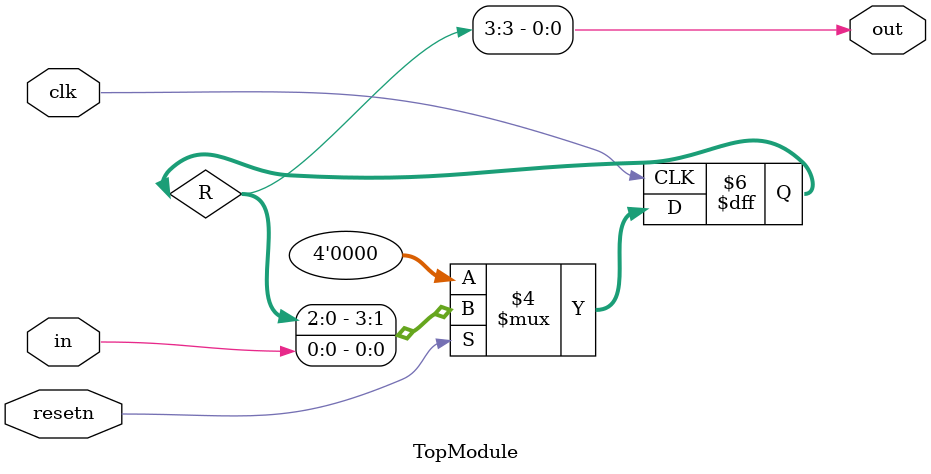
<source format=sv>
module TopModule (
    input logic clk,
    input logic resetn,
    input logic in,
    output logic out
);
    logic [3:0] R;

    always @(posedge clk) begin
        if (!resetn) begin
            R <= 4'b0000;
        end else begin
            R <= {R[2:0], in};
        end
    end

    assign out = R[3];
endmodule
</source>
